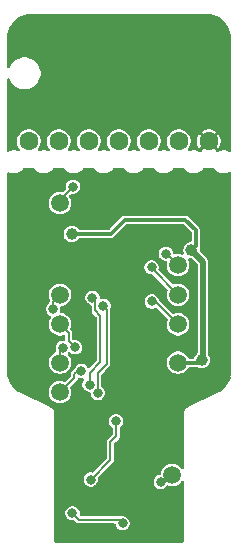
<source format=gbr>
%TF.GenerationSoftware,KiCad,Pcbnew,9.0.0+1*%
%TF.CreationDate,2025-04-22T17:22:07+02:00*%
%TF.ProjectId,ts13a_dev_kit,74733133-615f-4646-9576-5f6b69742e6b,rev?*%
%TF.SameCoordinates,Original*%
%TF.FileFunction,Copper,L2,Bot*%
%TF.FilePolarity,Positive*%
%FSLAX46Y46*%
G04 Gerber Fmt 4.6, Leading zero omitted, Abs format (unit mm)*
G04 Created by KiCad (PCBNEW 9.0.0+1) date 2025-04-22 17:22:07*
%MOMM*%
%LPD*%
G01*
G04 APERTURE LIST*
%TA.AperFunction,ComponentPad*%
%ADD10C,1.600000*%
%TD*%
%TA.AperFunction,SMDPad,CuDef*%
%ADD11C,1.500000*%
%TD*%
%TA.AperFunction,ViaPad*%
%ADD12C,0.800000*%
%TD*%
%TA.AperFunction,ViaPad*%
%ADD13C,1.000000*%
%TD*%
%TA.AperFunction,Conductor*%
%ADD14C,0.500000*%
%TD*%
%TA.AperFunction,Conductor*%
%ADD15C,0.200000*%
%TD*%
%TA.AperFunction,Conductor*%
%ADD16C,0.300000*%
%TD*%
G04 APERTURE END LIST*
D10*
%TO.P,PAD3,1,1*%
%TO.N,Net-(IC1-GPO)*%
X124900000Y-61250000D03*
%TD*%
%TO.P,PAD4,1,1*%
%TO.N,Net-(IC1-CSN)*%
X135060000Y-61250000D03*
%TD*%
%TO.P,PAD6,1,1*%
%TO.N,Net-(IC1-SDO)*%
X129980000Y-61250000D03*
%TD*%
%TO.P,PAD2,1,1*%
%TO.N,GND*%
X137600000Y-61250000D03*
%TD*%
%TO.P,PAD1,1,1*%
%TO.N,T_VCC*%
X122360000Y-61250000D03*
%TD*%
%TO.P,PAD7,1,1*%
%TO.N,Net-(IC1-SDI)*%
X127440000Y-61250000D03*
%TD*%
%TO.P,PAD5,1,1*%
%TO.N,Net-(IC1-SCK)*%
X132520000Y-61250000D03*
%TD*%
D11*
%TO.P,TP7,1,1*%
%TO.N,/SWDIO*%
X125000000Y-74250000D03*
%TD*%
%TO.P,TP2,1,1*%
%TO.N,/NRST*%
X135000000Y-76750000D03*
%TD*%
%TO.P,TP5,1,1*%
%TO.N,/U2_RX*%
X135000000Y-71750000D03*
%TD*%
%TO.P,TP6,1,1*%
%TO.N,GND*%
X135000000Y-69250000D03*
%TD*%
%TO.P,TP10,1,1*%
%TO.N,Net-(IC2-PB2)*%
X125000000Y-66500000D03*
%TD*%
%TO.P,TP12,1,1*%
%TO.N,Net-(IC2-PB3)*%
X125000000Y-80000000D03*
%TD*%
%TO.P,TP8,1,1*%
%TO.N,/SWCLK*%
X125000000Y-76750000D03*
%TD*%
%TO.P,TP11,1,1*%
%TO.N,Net-(IC2-PB4)*%
X125000000Y-82500000D03*
%TD*%
%TO.P,TP9,1,1*%
%TO.N,GND*%
X125000000Y-71750000D03*
%TD*%
%TO.P,TP3,1,1*%
%TO.N,Net-(J1-VBUS)*%
X134500000Y-89500000D03*
%TD*%
%TO.P,TP4,1,1*%
%TO.N,/U2_TX*%
X135000000Y-74250000D03*
%TD*%
%TO.P,TP1,1,1*%
%TO.N,VCC*%
X135000000Y-80000000D03*
%TD*%
D12*
%TO.N,GND*%
X126411000Y-66200000D03*
X128000000Y-85000000D03*
X129000000Y-89750000D03*
X121000000Y-65000000D03*
X122750000Y-51000000D03*
X136250000Y-78500000D03*
X138000000Y-55750000D03*
X127250000Y-73500000D03*
X132100000Y-57200000D03*
X132750000Y-76000000D03*
X136800000Y-52600000D03*
X131750000Y-82000000D03*
X139090000Y-81260000D03*
X131000000Y-52750000D03*
X123000000Y-77750000D03*
X126300000Y-57550000D03*
X121000000Y-57500000D03*
X131000000Y-53920000D03*
X123500000Y-71000000D03*
X138900000Y-52300000D03*
X120920000Y-81170000D03*
X132750000Y-73750000D03*
X136600000Y-57800000D03*
X131500000Y-72000000D03*
X120920000Y-70750000D03*
X130000000Y-92000000D03*
X121000000Y-52750000D03*
X128000000Y-72000000D03*
X124910000Y-85150000D03*
X139000000Y-65000000D03*
X135030000Y-92570000D03*
X127500000Y-76500000D03*
X130000000Y-51000000D03*
X132740000Y-58480000D03*
X138750000Y-72500000D03*
X135600000Y-51600000D03*
X121000000Y-78500000D03*
X124940000Y-92850000D03*
X132500000Y-89500000D03*
X139000000Y-57500000D03*
X134990000Y-87240000D03*
X131750000Y-77250000D03*
X139000000Y-68140000D03*
D13*
%TO.N,VCC*%
X137020000Y-79770000D03*
D12*
X127600000Y-89900000D03*
D13*
X126000000Y-69100000D03*
D12*
X129750000Y-84950000D03*
D13*
X136130000Y-70480000D03*
D12*
%TO.N,/NRST*%
X132770000Y-74820000D03*
%TO.N,/USB_P*%
X128200000Y-82580000D03*
X128680000Y-75188280D03*
%TO.N,/USB_N*%
X127750000Y-74500000D03*
X127500000Y-81858611D03*
%TO.N,/SWCLK*%
X126300000Y-78700000D03*
%TO.N,/U2_TX*%
X132750000Y-71930000D03*
%TO.N,/SWDIO*%
X124420000Y-75450000D03*
%TO.N,/U2_RX*%
X133970000Y-70780000D03*
%TO.N,Net-(J1-VBUS)*%
X133520000Y-90110000D03*
%TO.N,Net-(J1-D-)*%
X130300000Y-93600000D03*
X126055025Y-92744975D03*
%TO.N,Net-(IC2-PB3)*%
X125229975Y-78759975D03*
%TO.N,Net-(IC2-PB2)*%
X126101627Y-65100000D03*
%TO.N,Net-(IC2-PB4)*%
X126810000Y-80710000D03*
%TD*%
D14*
%TO.N,VCC*%
X137020000Y-79770000D02*
X137101000Y-79439000D01*
D15*
X129250000Y-88250000D02*
X127600000Y-89900000D01*
D16*
X136790000Y-80000000D02*
X137020000Y-79770000D01*
X130500000Y-67900000D02*
X135600000Y-67900000D01*
D14*
X137101000Y-71451000D02*
X136130000Y-70480000D01*
X137101000Y-79439000D02*
X137101000Y-71451000D01*
D16*
X135600000Y-67900000D02*
X136500000Y-68800000D01*
D15*
X129750000Y-86250000D02*
X129250000Y-86750000D01*
D16*
X129300000Y-69100000D02*
X130500000Y-67900000D01*
X136500000Y-68800000D02*
X136500000Y-70110000D01*
D15*
X129250000Y-86750000D02*
X129250000Y-88250000D01*
D16*
X126000000Y-69100000D02*
X129300000Y-69100000D01*
X135000000Y-80000000D02*
X136790000Y-80000000D01*
D15*
X129750000Y-84950000D02*
X129750000Y-86250000D01*
D16*
X136500000Y-70110000D02*
X136130000Y-70480000D01*
D15*
%TO.N,/NRST*%
X133070000Y-74820000D02*
X135000000Y-76750000D01*
X132770000Y-74820000D02*
X133070000Y-74820000D01*
%TO.N,/USB_P*%
X128950000Y-75458280D02*
X128950000Y-80110000D01*
X128200000Y-80860000D02*
X128200000Y-82580000D01*
X128950000Y-80110000D02*
X128200000Y-80860000D01*
X128680000Y-75188280D02*
X128950000Y-75458280D01*
%TO.N,/USB_N*%
X127750000Y-74500000D02*
X127980000Y-74730000D01*
X127980000Y-74730000D02*
X127980000Y-75580000D01*
X127510000Y-81848611D02*
X127500000Y-81858611D01*
X127980000Y-75580000D02*
X128420000Y-76020000D01*
X128420000Y-79970000D02*
X127510000Y-80880000D01*
X127510000Y-80880000D02*
X127510000Y-81848611D01*
X128420000Y-76020000D02*
X128420000Y-79970000D01*
%TO.N,/SWCLK*%
X125750000Y-78150000D02*
X125750000Y-77500000D01*
X126300000Y-78700000D02*
X125750000Y-78150000D01*
X125750000Y-77500000D02*
X125000000Y-76750000D01*
%TO.N,/U2_TX*%
X132750000Y-71930000D02*
X132750000Y-72000000D01*
X132750000Y-72000000D02*
X135000000Y-74250000D01*
%TO.N,/SWDIO*%
X124420000Y-74830000D02*
X125000000Y-74250000D01*
X124420000Y-75450000D02*
X124420000Y-74830000D01*
%TO.N,/U2_RX*%
X134030000Y-70780000D02*
X135000000Y-71750000D01*
X133970000Y-70780000D02*
X134030000Y-70780000D01*
%TO.N,Net-(J1-VBUS)*%
X133890000Y-90110000D02*
X134500000Y-89500000D01*
X133520000Y-90110000D02*
X133890000Y-90110000D01*
%TO.N,Net-(J1-D-)*%
X126610050Y-93300000D02*
X130000000Y-93300000D01*
X130000000Y-93300000D02*
X130300000Y-93600000D01*
X126055025Y-92744975D02*
X126610050Y-93300000D01*
%TO.N,Net-(IC2-PB3)*%
X125229975Y-78759975D02*
X125000000Y-78989950D01*
X125000000Y-78989950D02*
X125000000Y-80000000D01*
%TO.N,Net-(IC2-PB2)*%
X125000000Y-66201627D02*
X125000000Y-66500000D01*
X126101627Y-65100000D02*
X125000000Y-66201627D01*
%TO.N,Net-(IC2-PB4)*%
X126490000Y-80710000D02*
X126210000Y-80990000D01*
X126210000Y-81290000D02*
X125000000Y-82500000D01*
X126210000Y-80990000D02*
X126210000Y-81290000D01*
X126810000Y-80710000D02*
X126490000Y-80710000D01*
%TD*%
%TA.AperFunction,Conductor*%
%TO.N,GND*%
G36*
X137504043Y-50500765D02*
G01*
X137752895Y-50517075D01*
X137768953Y-50519190D01*
X137976105Y-50560395D01*
X138009535Y-50567045D01*
X138025202Y-50571243D01*
X138194947Y-50628863D01*
X138257481Y-50650091D01*
X138272458Y-50656294D01*
X138481799Y-50759529D01*
X138492460Y-50764787D01*
X138506508Y-50772897D01*
X138710464Y-50909177D01*
X138723328Y-50919048D01*
X138907749Y-51080781D01*
X138919218Y-51092250D01*
X139080951Y-51276671D01*
X139090825Y-51289539D01*
X139227102Y-51493492D01*
X139235212Y-51507539D01*
X139343702Y-51727534D01*
X139349909Y-51742520D01*
X139428756Y-51974797D01*
X139432954Y-51990464D01*
X139480807Y-52231035D01*
X139482925Y-52247116D01*
X139499235Y-52495956D01*
X139499500Y-52504066D01*
X139499500Y-62019294D01*
X139479815Y-62086333D01*
X139427011Y-62132088D01*
X139357853Y-62142032D01*
X139328048Y-62133855D01*
X139154547Y-62061989D01*
X139154535Y-62061986D01*
X138966081Y-62024500D01*
X138966078Y-62024500D01*
X138773922Y-62024500D01*
X138773919Y-62024500D01*
X138585464Y-62061986D01*
X138585452Y-62061989D01*
X138407931Y-62135520D01*
X138388310Y-62148631D01*
X138321632Y-62169508D01*
X138254252Y-62151023D01*
X138207563Y-62099044D01*
X138201302Y-62063434D01*
X137831539Y-61693670D01*
X137907007Y-61650099D01*
X138000099Y-61557007D01*
X138043670Y-61481538D01*
X138405928Y-61843796D01*
X138486190Y-61723675D01*
X138486191Y-61723673D01*
X138561569Y-61541693D01*
X138561572Y-61541681D01*
X138599999Y-61348495D01*
X138600000Y-61348492D01*
X138600000Y-61151508D01*
X138599999Y-61151504D01*
X138561572Y-60958318D01*
X138561569Y-60958306D01*
X138486192Y-60776328D01*
X138486185Y-60776316D01*
X138405927Y-60656203D01*
X138043670Y-61018460D01*
X138000099Y-60942993D01*
X137907007Y-60849901D01*
X137831538Y-60806329D01*
X138193795Y-60444071D01*
X138193795Y-60444069D01*
X138073679Y-60363811D01*
X138073676Y-60363809D01*
X137891693Y-60288430D01*
X137891681Y-60288427D01*
X137698495Y-60250000D01*
X137501504Y-60250000D01*
X137308318Y-60288427D01*
X137308310Y-60288429D01*
X137126325Y-60363809D01*
X137126318Y-60363813D01*
X137006203Y-60444071D01*
X137006202Y-60444071D01*
X137368461Y-60806329D01*
X137292993Y-60849901D01*
X137199901Y-60942993D01*
X137156329Y-61018460D01*
X136794071Y-60656202D01*
X136794071Y-60656203D01*
X136713813Y-60776318D01*
X136713809Y-60776325D01*
X136638429Y-60958310D01*
X136638427Y-60958318D01*
X136600000Y-61151504D01*
X136600000Y-61348495D01*
X136638427Y-61541681D01*
X136638430Y-61541693D01*
X136713809Y-61723676D01*
X136713811Y-61723679D01*
X136794069Y-61843795D01*
X136794071Y-61843795D01*
X137156329Y-61481538D01*
X137199901Y-61557007D01*
X137292993Y-61650099D01*
X137368460Y-61693670D01*
X136998183Y-62063947D01*
X136990963Y-62102019D01*
X136942898Y-62152729D01*
X136875047Y-62169404D01*
X136811690Y-62148630D01*
X136792073Y-62135523D01*
X136792068Y-62135520D01*
X136614547Y-62061989D01*
X136614535Y-62061986D01*
X136426081Y-62024500D01*
X136426078Y-62024500D01*
X136233922Y-62024500D01*
X136233919Y-62024500D01*
X136045464Y-62061986D01*
X136045461Y-62061987D01*
X136045460Y-62061987D01*
X136045457Y-62061988D01*
X136005311Y-62078617D01*
X135968385Y-62093912D01*
X135898915Y-62101380D01*
X135836436Y-62070104D01*
X135800784Y-62010015D01*
X135803279Y-61940190D01*
X135833255Y-61891665D01*
X135837139Y-61887782D01*
X135946632Y-61723914D01*
X136022051Y-61541835D01*
X136060500Y-61348541D01*
X136060500Y-61151459D01*
X136060500Y-61151456D01*
X136022052Y-60958170D01*
X136022051Y-60958169D01*
X136022051Y-60958165D01*
X135977207Y-60849901D01*
X135946635Y-60776092D01*
X135946628Y-60776079D01*
X135837139Y-60612218D01*
X135837136Y-60612214D01*
X135697785Y-60472863D01*
X135697781Y-60472860D01*
X135533920Y-60363371D01*
X135533907Y-60363364D01*
X135351839Y-60287950D01*
X135351829Y-60287947D01*
X135158543Y-60249500D01*
X135158541Y-60249500D01*
X134961459Y-60249500D01*
X134961457Y-60249500D01*
X134768170Y-60287947D01*
X134768160Y-60287950D01*
X134586092Y-60363364D01*
X134586079Y-60363371D01*
X134422218Y-60472860D01*
X134422214Y-60472863D01*
X134282863Y-60612214D01*
X134282860Y-60612218D01*
X134173371Y-60776079D01*
X134173364Y-60776092D01*
X134097950Y-60958160D01*
X134097947Y-60958170D01*
X134059500Y-61151456D01*
X134059500Y-61151459D01*
X134059500Y-61348541D01*
X134059500Y-61348543D01*
X134059499Y-61348543D01*
X134097947Y-61541829D01*
X134097950Y-61541839D01*
X134173364Y-61723907D01*
X134173371Y-61723920D01*
X134282860Y-61887781D01*
X134282863Y-61887785D01*
X134286747Y-61891669D01*
X134320232Y-61952992D01*
X134315248Y-62022684D01*
X134273376Y-62078617D01*
X134207912Y-62103034D01*
X134151614Y-62093911D01*
X134074547Y-62061989D01*
X134074535Y-62061986D01*
X133886081Y-62024500D01*
X133886078Y-62024500D01*
X133693922Y-62024500D01*
X133693919Y-62024500D01*
X133505464Y-62061986D01*
X133505461Y-62061987D01*
X133505460Y-62061987D01*
X133505457Y-62061988D01*
X133465311Y-62078617D01*
X133428385Y-62093912D01*
X133358915Y-62101380D01*
X133296436Y-62070104D01*
X133260784Y-62010015D01*
X133263279Y-61940190D01*
X133293255Y-61891665D01*
X133297139Y-61887782D01*
X133406632Y-61723914D01*
X133482051Y-61541835D01*
X133520500Y-61348541D01*
X133520500Y-61151459D01*
X133520500Y-61151456D01*
X133482052Y-60958170D01*
X133482051Y-60958169D01*
X133482051Y-60958165D01*
X133437207Y-60849901D01*
X133406635Y-60776092D01*
X133406628Y-60776079D01*
X133297139Y-60612218D01*
X133297136Y-60612214D01*
X133157785Y-60472863D01*
X133157781Y-60472860D01*
X132993920Y-60363371D01*
X132993907Y-60363364D01*
X132811839Y-60287950D01*
X132811829Y-60287947D01*
X132618543Y-60249500D01*
X132618541Y-60249500D01*
X132421459Y-60249500D01*
X132421457Y-60249500D01*
X132228170Y-60287947D01*
X132228160Y-60287950D01*
X132046092Y-60363364D01*
X132046079Y-60363371D01*
X131882218Y-60472860D01*
X131882214Y-60472863D01*
X131742863Y-60612214D01*
X131742860Y-60612218D01*
X131633371Y-60776079D01*
X131633364Y-60776092D01*
X131557950Y-60958160D01*
X131557947Y-60958170D01*
X131519500Y-61151456D01*
X131519500Y-61151459D01*
X131519500Y-61348541D01*
X131519500Y-61348543D01*
X131519499Y-61348543D01*
X131557947Y-61541829D01*
X131557950Y-61541839D01*
X131633364Y-61723907D01*
X131633371Y-61723920D01*
X131742860Y-61887781D01*
X131742863Y-61887785D01*
X131746747Y-61891669D01*
X131780232Y-61952992D01*
X131775248Y-62022684D01*
X131733376Y-62078617D01*
X131667912Y-62103034D01*
X131611614Y-62093911D01*
X131534547Y-62061989D01*
X131534535Y-62061986D01*
X131346081Y-62024500D01*
X131346078Y-62024500D01*
X131153922Y-62024500D01*
X131153919Y-62024500D01*
X130965464Y-62061986D01*
X130965461Y-62061987D01*
X130965460Y-62061987D01*
X130965457Y-62061988D01*
X130925311Y-62078617D01*
X130888385Y-62093912D01*
X130818915Y-62101380D01*
X130756436Y-62070104D01*
X130720784Y-62010015D01*
X130723279Y-61940190D01*
X130753255Y-61891665D01*
X130757139Y-61887782D01*
X130866632Y-61723914D01*
X130942051Y-61541835D01*
X130980500Y-61348541D01*
X130980500Y-61151459D01*
X130980500Y-61151456D01*
X130942052Y-60958170D01*
X130942051Y-60958169D01*
X130942051Y-60958165D01*
X130897207Y-60849901D01*
X130866635Y-60776092D01*
X130866628Y-60776079D01*
X130757139Y-60612218D01*
X130757136Y-60612214D01*
X130617785Y-60472863D01*
X130617781Y-60472860D01*
X130453920Y-60363371D01*
X130453907Y-60363364D01*
X130271839Y-60287950D01*
X130271829Y-60287947D01*
X130078543Y-60249500D01*
X130078541Y-60249500D01*
X129881459Y-60249500D01*
X129881457Y-60249500D01*
X129688170Y-60287947D01*
X129688160Y-60287950D01*
X129506092Y-60363364D01*
X129506079Y-60363371D01*
X129342218Y-60472860D01*
X129342214Y-60472863D01*
X129202863Y-60612214D01*
X129202860Y-60612218D01*
X129093371Y-60776079D01*
X129093364Y-60776092D01*
X129017950Y-60958160D01*
X129017947Y-60958170D01*
X128979500Y-61151456D01*
X128979500Y-61151459D01*
X128979500Y-61348541D01*
X128979500Y-61348543D01*
X128979499Y-61348543D01*
X129017947Y-61541829D01*
X129017950Y-61541839D01*
X129093364Y-61723907D01*
X129093371Y-61723920D01*
X129202860Y-61887781D01*
X129202863Y-61887785D01*
X129206747Y-61891669D01*
X129240232Y-61952992D01*
X129235248Y-62022684D01*
X129193376Y-62078617D01*
X129127912Y-62103034D01*
X129071614Y-62093911D01*
X128994547Y-62061989D01*
X128994535Y-62061986D01*
X128806081Y-62024500D01*
X128806078Y-62024500D01*
X128613922Y-62024500D01*
X128613919Y-62024500D01*
X128425464Y-62061986D01*
X128425461Y-62061987D01*
X128425460Y-62061987D01*
X128425457Y-62061988D01*
X128385311Y-62078617D01*
X128348385Y-62093912D01*
X128278915Y-62101380D01*
X128216436Y-62070104D01*
X128180784Y-62010015D01*
X128183279Y-61940190D01*
X128213255Y-61891665D01*
X128217139Y-61887782D01*
X128326632Y-61723914D01*
X128402051Y-61541835D01*
X128440500Y-61348541D01*
X128440500Y-61151459D01*
X128440500Y-61151456D01*
X128402052Y-60958170D01*
X128402051Y-60958169D01*
X128402051Y-60958165D01*
X128357207Y-60849901D01*
X128326635Y-60776092D01*
X128326628Y-60776079D01*
X128217139Y-60612218D01*
X128217136Y-60612214D01*
X128077785Y-60472863D01*
X128077781Y-60472860D01*
X127913920Y-60363371D01*
X127913907Y-60363364D01*
X127731839Y-60287950D01*
X127731829Y-60287947D01*
X127538543Y-60249500D01*
X127538541Y-60249500D01*
X127341459Y-60249500D01*
X127341457Y-60249500D01*
X127148170Y-60287947D01*
X127148160Y-60287950D01*
X126966092Y-60363364D01*
X126966079Y-60363371D01*
X126802218Y-60472860D01*
X126802214Y-60472863D01*
X126662863Y-60612214D01*
X126662860Y-60612218D01*
X126553371Y-60776079D01*
X126553364Y-60776092D01*
X126477950Y-60958160D01*
X126477947Y-60958170D01*
X126439500Y-61151456D01*
X126439500Y-61151459D01*
X126439500Y-61348541D01*
X126439500Y-61348543D01*
X126439499Y-61348543D01*
X126477947Y-61541829D01*
X126477950Y-61541839D01*
X126553364Y-61723907D01*
X126553371Y-61723920D01*
X126662860Y-61887781D01*
X126662863Y-61887785D01*
X126666747Y-61891669D01*
X126700232Y-61952992D01*
X126695248Y-62022684D01*
X126653376Y-62078617D01*
X126587912Y-62103034D01*
X126531614Y-62093911D01*
X126454547Y-62061989D01*
X126454535Y-62061986D01*
X126266081Y-62024500D01*
X126266078Y-62024500D01*
X126073922Y-62024500D01*
X126073919Y-62024500D01*
X125885464Y-62061986D01*
X125885461Y-62061987D01*
X125885460Y-62061987D01*
X125885457Y-62061988D01*
X125845311Y-62078617D01*
X125808385Y-62093912D01*
X125738915Y-62101380D01*
X125676436Y-62070104D01*
X125640784Y-62010015D01*
X125643279Y-61940190D01*
X125673255Y-61891665D01*
X125677139Y-61887782D01*
X125786632Y-61723914D01*
X125862051Y-61541835D01*
X125900500Y-61348541D01*
X125900500Y-61151459D01*
X125900500Y-61151456D01*
X125862052Y-60958170D01*
X125862051Y-60958169D01*
X125862051Y-60958165D01*
X125817207Y-60849901D01*
X125786635Y-60776092D01*
X125786628Y-60776079D01*
X125677139Y-60612218D01*
X125677136Y-60612214D01*
X125537785Y-60472863D01*
X125537781Y-60472860D01*
X125373920Y-60363371D01*
X125373907Y-60363364D01*
X125191839Y-60287950D01*
X125191829Y-60287947D01*
X124998543Y-60249500D01*
X124998541Y-60249500D01*
X124801459Y-60249500D01*
X124801457Y-60249500D01*
X124608170Y-60287947D01*
X124608160Y-60287950D01*
X124426092Y-60363364D01*
X124426079Y-60363371D01*
X124262218Y-60472860D01*
X124262214Y-60472863D01*
X124122863Y-60612214D01*
X124122860Y-60612218D01*
X124013371Y-60776079D01*
X124013364Y-60776092D01*
X123937950Y-60958160D01*
X123937947Y-60958170D01*
X123899500Y-61151456D01*
X123899500Y-61151459D01*
X123899500Y-61348541D01*
X123899500Y-61348543D01*
X123899499Y-61348543D01*
X123937947Y-61541829D01*
X123937950Y-61541839D01*
X124013364Y-61723907D01*
X124013371Y-61723920D01*
X124122860Y-61887781D01*
X124122863Y-61887785D01*
X124126747Y-61891669D01*
X124160232Y-61952992D01*
X124155248Y-62022684D01*
X124113376Y-62078617D01*
X124047912Y-62103034D01*
X123991614Y-62093911D01*
X123914547Y-62061989D01*
X123914535Y-62061986D01*
X123726081Y-62024500D01*
X123726078Y-62024500D01*
X123533922Y-62024500D01*
X123533919Y-62024500D01*
X123345464Y-62061986D01*
X123345461Y-62061987D01*
X123345460Y-62061987D01*
X123345457Y-62061988D01*
X123305311Y-62078617D01*
X123268385Y-62093912D01*
X123198915Y-62101380D01*
X123136436Y-62070104D01*
X123100784Y-62010015D01*
X123103279Y-61940190D01*
X123133255Y-61891665D01*
X123137139Y-61887782D01*
X123246632Y-61723914D01*
X123322051Y-61541835D01*
X123360500Y-61348541D01*
X123360500Y-61151459D01*
X123360500Y-61151456D01*
X123322052Y-60958170D01*
X123322051Y-60958169D01*
X123322051Y-60958165D01*
X123277207Y-60849901D01*
X123246635Y-60776092D01*
X123246628Y-60776079D01*
X123137139Y-60612218D01*
X123137136Y-60612214D01*
X122997785Y-60472863D01*
X122997781Y-60472860D01*
X122833920Y-60363371D01*
X122833907Y-60363364D01*
X122651839Y-60287950D01*
X122651829Y-60287947D01*
X122458543Y-60249500D01*
X122458541Y-60249500D01*
X122261459Y-60249500D01*
X122261457Y-60249500D01*
X122068170Y-60287947D01*
X122068160Y-60287950D01*
X121886092Y-60363364D01*
X121886079Y-60363371D01*
X121722218Y-60472860D01*
X121722214Y-60472863D01*
X121582863Y-60612214D01*
X121582860Y-60612218D01*
X121473371Y-60776079D01*
X121473364Y-60776092D01*
X121397950Y-60958160D01*
X121397947Y-60958170D01*
X121359500Y-61151456D01*
X121359500Y-61151459D01*
X121359500Y-61348541D01*
X121359500Y-61348543D01*
X121359499Y-61348543D01*
X121397947Y-61541829D01*
X121397950Y-61541839D01*
X121473364Y-61723907D01*
X121473371Y-61723920D01*
X121582860Y-61887781D01*
X121582863Y-61887785D01*
X121586747Y-61891669D01*
X121620232Y-61952992D01*
X121615248Y-62022684D01*
X121573376Y-62078617D01*
X121507912Y-62103034D01*
X121451614Y-62093911D01*
X121374547Y-62061989D01*
X121374535Y-62061986D01*
X121186081Y-62024500D01*
X121186078Y-62024500D01*
X120993922Y-62024500D01*
X120993919Y-62024500D01*
X120805464Y-62061986D01*
X120805452Y-62061989D01*
X120671952Y-62117286D01*
X120602482Y-62124755D01*
X120540003Y-62093479D01*
X120504352Y-62033390D01*
X120500500Y-62002725D01*
X120500500Y-56038226D01*
X120520185Y-55971187D01*
X120572989Y-55925432D01*
X120642147Y-55915488D01*
X120705703Y-55944513D01*
X120742431Y-55999908D01*
X120748444Y-56018414D01*
X120844951Y-56207820D01*
X120969890Y-56379786D01*
X121120213Y-56530109D01*
X121292179Y-56655048D01*
X121292181Y-56655049D01*
X121292184Y-56655051D01*
X121481588Y-56751557D01*
X121683757Y-56817246D01*
X121893713Y-56850500D01*
X121893714Y-56850500D01*
X122106286Y-56850500D01*
X122106287Y-56850500D01*
X122316243Y-56817246D01*
X122518412Y-56751557D01*
X122707816Y-56655051D01*
X122729789Y-56639086D01*
X122879786Y-56530109D01*
X122879788Y-56530106D01*
X122879792Y-56530104D01*
X123030104Y-56379792D01*
X123030106Y-56379788D01*
X123030109Y-56379786D01*
X123155048Y-56207820D01*
X123155047Y-56207820D01*
X123155051Y-56207816D01*
X123251557Y-56018412D01*
X123317246Y-55816243D01*
X123350500Y-55606287D01*
X123350500Y-55393713D01*
X123317246Y-55183757D01*
X123251557Y-54981588D01*
X123155051Y-54792184D01*
X123155049Y-54792181D01*
X123155048Y-54792179D01*
X123030109Y-54620213D01*
X122879786Y-54469890D01*
X122707820Y-54344951D01*
X122518414Y-54248444D01*
X122518413Y-54248443D01*
X122518412Y-54248443D01*
X122316243Y-54182754D01*
X122316241Y-54182753D01*
X122316240Y-54182753D01*
X122154957Y-54157208D01*
X122106287Y-54149500D01*
X121893713Y-54149500D01*
X121845042Y-54157208D01*
X121683760Y-54182753D01*
X121481585Y-54248444D01*
X121292179Y-54344951D01*
X121120213Y-54469890D01*
X120969890Y-54620213D01*
X120844951Y-54792179D01*
X120748445Y-54981582D01*
X120748443Y-54981587D01*
X120748443Y-54981588D01*
X120742429Y-55000094D01*
X120702992Y-55057768D01*
X120638633Y-55084965D01*
X120569787Y-55073050D01*
X120518312Y-55025805D01*
X120500500Y-54961773D01*
X120500500Y-52504066D01*
X120500765Y-52495956D01*
X120504819Y-52434108D01*
X120517075Y-52247102D01*
X120519190Y-52231048D01*
X120567045Y-51990462D01*
X120571243Y-51974797D01*
X120594337Y-51906762D01*
X120650093Y-51742512D01*
X120656291Y-51727547D01*
X120764790Y-51507533D01*
X120772893Y-51493498D01*
X120909182Y-51289527D01*
X120919039Y-51276681D01*
X121080786Y-51092244D01*
X121092244Y-51080786D01*
X121276681Y-50919039D01*
X121289527Y-50909182D01*
X121493498Y-50772893D01*
X121507533Y-50764790D01*
X121727547Y-50656291D01*
X121742512Y-50650093D01*
X121906762Y-50594337D01*
X121974797Y-50571243D01*
X121990464Y-50567045D01*
X122231048Y-50519190D01*
X122247102Y-50517075D01*
X122495957Y-50500765D01*
X122504067Y-50500500D01*
X122565892Y-50500500D01*
X137434108Y-50500500D01*
X137495933Y-50500500D01*
X137504043Y-50500765D01*
G37*
%TD.AperFunction*%
%TD*%
%TA.AperFunction,Conductor*%
%TO.N,GND*%
G36*
X122791625Y-63519685D02*
G01*
X122827688Y-63555109D01*
X122872279Y-63621844D01*
X122872282Y-63621848D01*
X123008151Y-63757717D01*
X123008155Y-63757720D01*
X123167927Y-63864477D01*
X123167928Y-63864477D01*
X123167929Y-63864478D01*
X123167931Y-63864479D01*
X123345452Y-63938010D01*
X123345457Y-63938012D01*
X123533917Y-63975499D01*
X123533920Y-63975500D01*
X123533922Y-63975500D01*
X123726080Y-63975500D01*
X123726081Y-63975499D01*
X123914543Y-63938012D01*
X124092073Y-63864477D01*
X124251845Y-63757720D01*
X124387720Y-63621845D01*
X124432312Y-63555109D01*
X124485924Y-63510304D01*
X124535414Y-63500000D01*
X125264586Y-63500000D01*
X125331625Y-63519685D01*
X125367688Y-63555109D01*
X125412279Y-63621844D01*
X125412282Y-63621848D01*
X125548151Y-63757717D01*
X125548155Y-63757720D01*
X125707927Y-63864477D01*
X125707928Y-63864477D01*
X125707929Y-63864478D01*
X125707931Y-63864479D01*
X125885452Y-63938010D01*
X125885457Y-63938012D01*
X126073917Y-63975499D01*
X126073920Y-63975500D01*
X126073922Y-63975500D01*
X126266080Y-63975500D01*
X126266081Y-63975499D01*
X126454543Y-63938012D01*
X126632073Y-63864477D01*
X126791845Y-63757720D01*
X126927720Y-63621845D01*
X126972312Y-63555109D01*
X127025924Y-63510304D01*
X127075414Y-63500000D01*
X127804586Y-63500000D01*
X127871625Y-63519685D01*
X127907688Y-63555109D01*
X127952279Y-63621844D01*
X127952282Y-63621848D01*
X128088151Y-63757717D01*
X128088155Y-63757720D01*
X128247927Y-63864477D01*
X128247928Y-63864477D01*
X128247929Y-63864478D01*
X128247931Y-63864479D01*
X128425452Y-63938010D01*
X128425457Y-63938012D01*
X128613917Y-63975499D01*
X128613920Y-63975500D01*
X128613922Y-63975500D01*
X128806080Y-63975500D01*
X128806081Y-63975499D01*
X128994543Y-63938012D01*
X129172073Y-63864477D01*
X129331845Y-63757720D01*
X129467720Y-63621845D01*
X129512312Y-63555109D01*
X129565924Y-63510304D01*
X129615414Y-63500000D01*
X130344586Y-63500000D01*
X130411625Y-63519685D01*
X130447688Y-63555109D01*
X130492279Y-63621844D01*
X130492282Y-63621848D01*
X130628151Y-63757717D01*
X130628155Y-63757720D01*
X130787927Y-63864477D01*
X130787928Y-63864477D01*
X130787929Y-63864478D01*
X130787931Y-63864479D01*
X130965452Y-63938010D01*
X130965457Y-63938012D01*
X131153917Y-63975499D01*
X131153920Y-63975500D01*
X131153922Y-63975500D01*
X131346080Y-63975500D01*
X131346081Y-63975499D01*
X131534543Y-63938012D01*
X131712073Y-63864477D01*
X131871845Y-63757720D01*
X132007720Y-63621845D01*
X132052312Y-63555109D01*
X132105924Y-63510304D01*
X132155414Y-63500000D01*
X132884586Y-63500000D01*
X132951625Y-63519685D01*
X132987688Y-63555109D01*
X133032279Y-63621844D01*
X133032282Y-63621848D01*
X133168151Y-63757717D01*
X133168155Y-63757720D01*
X133327927Y-63864477D01*
X133327928Y-63864477D01*
X133327929Y-63864478D01*
X133327931Y-63864479D01*
X133505452Y-63938010D01*
X133505457Y-63938012D01*
X133693917Y-63975499D01*
X133693920Y-63975500D01*
X133693922Y-63975500D01*
X133886080Y-63975500D01*
X133886081Y-63975499D01*
X134074543Y-63938012D01*
X134252073Y-63864477D01*
X134411845Y-63757720D01*
X134547720Y-63621845D01*
X134592312Y-63555109D01*
X134645924Y-63510304D01*
X134695414Y-63500000D01*
X135424586Y-63500000D01*
X135491625Y-63519685D01*
X135527688Y-63555109D01*
X135572279Y-63621844D01*
X135572282Y-63621848D01*
X135708151Y-63757717D01*
X135708155Y-63757720D01*
X135867927Y-63864477D01*
X135867928Y-63864477D01*
X135867929Y-63864478D01*
X135867931Y-63864479D01*
X136045452Y-63938010D01*
X136045457Y-63938012D01*
X136233917Y-63975499D01*
X136233920Y-63975500D01*
X136233922Y-63975500D01*
X136426080Y-63975500D01*
X136426081Y-63975499D01*
X136614543Y-63938012D01*
X136792073Y-63864477D01*
X136951845Y-63757720D01*
X137087720Y-63621845D01*
X137132312Y-63555109D01*
X137185924Y-63510304D01*
X137235414Y-63500000D01*
X137964586Y-63500000D01*
X138031625Y-63519685D01*
X138067688Y-63555109D01*
X138112279Y-63621844D01*
X138112282Y-63621848D01*
X138248151Y-63757717D01*
X138248155Y-63757720D01*
X138407927Y-63864477D01*
X138407928Y-63864477D01*
X138407929Y-63864478D01*
X138407931Y-63864479D01*
X138585452Y-63938010D01*
X138585457Y-63938012D01*
X138773917Y-63975499D01*
X138773920Y-63975500D01*
X138773922Y-63975500D01*
X138966080Y-63975500D01*
X138966081Y-63975499D01*
X139154543Y-63938012D01*
X139328049Y-63866143D01*
X139397517Y-63858675D01*
X139459996Y-63889950D01*
X139495648Y-63950039D01*
X139499500Y-63980705D01*
X139499500Y-80745933D01*
X139499235Y-80754043D01*
X139482925Y-81002883D01*
X139480807Y-81018964D01*
X139432954Y-81259535D01*
X139428756Y-81275202D01*
X139349909Y-81507479D01*
X139343702Y-81522465D01*
X139235212Y-81742460D01*
X139227102Y-81756506D01*
X139090825Y-81960460D01*
X139080951Y-81973329D01*
X138919218Y-82157749D01*
X138907749Y-82169218D01*
X138723328Y-82330951D01*
X138710459Y-82340825D01*
X138514648Y-82471661D01*
X138499909Y-82480110D01*
X135835001Y-83773741D01*
X135835000Y-83773741D01*
X135824360Y-83778905D01*
X135806814Y-83783608D01*
X135765312Y-83807567D01*
X135761314Y-83809509D01*
X135761294Y-83809521D01*
X135722154Y-83828521D01*
X135717355Y-83832678D01*
X135698187Y-83846323D01*
X135692693Y-83849495D01*
X135692685Y-83849500D01*
X135661916Y-83880269D01*
X135661915Y-83880268D01*
X135658765Y-83883417D01*
X135622536Y-83914794D01*
X135612351Y-83929831D01*
X135604000Y-83938183D01*
X135603996Y-83938189D01*
X135599500Y-83942685D01*
X135577746Y-83980362D01*
X135573034Y-83987886D01*
X135548642Y-84023905D01*
X135548638Y-84023912D01*
X135546564Y-84029901D01*
X135542692Y-84041079D01*
X135533608Y-84056814D01*
X135521199Y-84103119D01*
X135519745Y-84107319D01*
X135505503Y-84148436D01*
X135505048Y-84154761D01*
X135505049Y-84154762D01*
X135504202Y-84166556D01*
X135499500Y-84184108D01*
X135499500Y-84232049D01*
X135499182Y-84236479D01*
X135499182Y-84236482D01*
X135496066Y-84279880D01*
X135497265Y-84286110D01*
X135499500Y-84309545D01*
X135499500Y-88876228D01*
X135479815Y-88943267D01*
X135427011Y-88989022D01*
X135357853Y-88998966D01*
X135294297Y-88969941D01*
X135272398Y-88945119D01*
X135238302Y-88894092D01*
X135238299Y-88894088D01*
X135105911Y-88761700D01*
X135105907Y-88761697D01*
X134950237Y-88657681D01*
X134950228Y-88657676D01*
X134777251Y-88586027D01*
X134777243Y-88586025D01*
X134593620Y-88549500D01*
X134593616Y-88549500D01*
X134406384Y-88549500D01*
X134406379Y-88549500D01*
X134222756Y-88586025D01*
X134222748Y-88586027D01*
X134049771Y-88657676D01*
X134049762Y-88657681D01*
X133894092Y-88761697D01*
X133894088Y-88761700D01*
X133761700Y-88894088D01*
X133761697Y-88894092D01*
X133657681Y-89049762D01*
X133657676Y-89049771D01*
X133586027Y-89222748D01*
X133586026Y-89222752D01*
X133548691Y-89410447D01*
X133516306Y-89472358D01*
X133455591Y-89506932D01*
X133443262Y-89509195D01*
X133440943Y-89509500D01*
X133288216Y-89550423D01*
X133288209Y-89550426D01*
X133151290Y-89629475D01*
X133151282Y-89629481D01*
X133039481Y-89741282D01*
X133039475Y-89741290D01*
X132960426Y-89878209D01*
X132960423Y-89878216D01*
X132919500Y-90030943D01*
X132919500Y-90189057D01*
X132932695Y-90238299D01*
X132960423Y-90341783D01*
X132960426Y-90341790D01*
X133039475Y-90478709D01*
X133039479Y-90478714D01*
X133039480Y-90478716D01*
X133151284Y-90590520D01*
X133151286Y-90590521D01*
X133151290Y-90590524D01*
X133288209Y-90669573D01*
X133288216Y-90669577D01*
X133440943Y-90710500D01*
X133440945Y-90710500D01*
X133599055Y-90710500D01*
X133599057Y-90710500D01*
X133751784Y-90669577D01*
X133888716Y-90590520D01*
X134000520Y-90478716D01*
X134019200Y-90446359D01*
X134069765Y-90398144D01*
X134138372Y-90384919D01*
X134174038Y-90393796D01*
X134222749Y-90413973D01*
X134385576Y-90446361D01*
X134406379Y-90450499D01*
X134406383Y-90450500D01*
X134406384Y-90450500D01*
X134593617Y-90450500D01*
X134593618Y-90450499D01*
X134777251Y-90413973D01*
X134950231Y-90342322D01*
X135105908Y-90238302D01*
X135238302Y-90105908D01*
X135272398Y-90054880D01*
X135326010Y-90010075D01*
X135395335Y-90001368D01*
X135458362Y-90031522D01*
X135495082Y-90090965D01*
X135499500Y-90123771D01*
X135499500Y-95106000D01*
X135479815Y-95173039D01*
X135427011Y-95218794D01*
X135375500Y-95230000D01*
X124624500Y-95230000D01*
X124557461Y-95210315D01*
X124511706Y-95157511D01*
X124500500Y-95106000D01*
X124500500Y-92665918D01*
X125454525Y-92665918D01*
X125454525Y-92824031D01*
X125495448Y-92976758D01*
X125495451Y-92976765D01*
X125574500Y-93113684D01*
X125574504Y-93113689D01*
X125574505Y-93113691D01*
X125686309Y-93225495D01*
X125686311Y-93225496D01*
X125686315Y-93225499D01*
X125823234Y-93304548D01*
X125823241Y-93304552D01*
X125975968Y-93345475D01*
X125975970Y-93345475D01*
X126134079Y-93345475D01*
X126134082Y-93345475D01*
X126141012Y-93343618D01*
X126210858Y-93345277D01*
X126260789Y-93375710D01*
X126369590Y-93484511D01*
X126425539Y-93540460D01*
X126425541Y-93540461D01*
X126425545Y-93540464D01*
X126494054Y-93580017D01*
X126494061Y-93580021D01*
X126570488Y-93600500D01*
X126649612Y-93600500D01*
X129583303Y-93600500D01*
X129650342Y-93620185D01*
X129696097Y-93672989D01*
X129703074Y-93692397D01*
X129740423Y-93831783D01*
X129740426Y-93831790D01*
X129819475Y-93968709D01*
X129819479Y-93968714D01*
X129819480Y-93968716D01*
X129931284Y-94080520D01*
X129931286Y-94080521D01*
X129931290Y-94080524D01*
X130068209Y-94159573D01*
X130068216Y-94159577D01*
X130220943Y-94200500D01*
X130220945Y-94200500D01*
X130379055Y-94200500D01*
X130379057Y-94200500D01*
X130531784Y-94159577D01*
X130668716Y-94080520D01*
X130780520Y-93968716D01*
X130859577Y-93831784D01*
X130900500Y-93679057D01*
X130900500Y-93520943D01*
X130859577Y-93368216D01*
X130846333Y-93345277D01*
X130780524Y-93231290D01*
X130780518Y-93231282D01*
X130668717Y-93119481D01*
X130668709Y-93119475D01*
X130531790Y-93040426D01*
X130531786Y-93040424D01*
X130531784Y-93040423D01*
X130379057Y-92999500D01*
X130220943Y-92999500D01*
X130220940Y-92999500D01*
X130162342Y-93015201D01*
X130098158Y-93015201D01*
X130039562Y-92999500D01*
X130039560Y-92999500D01*
X126785883Y-92999500D01*
X126756442Y-92990855D01*
X126726456Y-92984332D01*
X126721440Y-92980577D01*
X126718844Y-92979815D01*
X126698202Y-92963181D01*
X126685760Y-92950739D01*
X126652275Y-92889416D01*
X126653667Y-92830962D01*
X126655525Y-92824032D01*
X126655525Y-92665918D01*
X126614602Y-92513191D01*
X126614598Y-92513184D01*
X126535549Y-92376265D01*
X126535543Y-92376257D01*
X126423742Y-92264456D01*
X126423734Y-92264450D01*
X126286815Y-92185401D01*
X126286811Y-92185399D01*
X126286809Y-92185398D01*
X126134082Y-92144475D01*
X125975968Y-92144475D01*
X125823241Y-92185398D01*
X125823234Y-92185401D01*
X125686315Y-92264450D01*
X125686307Y-92264456D01*
X125574506Y-92376257D01*
X125574500Y-92376265D01*
X125495451Y-92513184D01*
X125495448Y-92513191D01*
X125454525Y-92665918D01*
X124500500Y-92665918D01*
X124500500Y-89820943D01*
X126999500Y-89820943D01*
X126999500Y-89979057D01*
X127007812Y-90010075D01*
X127040423Y-90131783D01*
X127040426Y-90131790D01*
X127119475Y-90268709D01*
X127119479Y-90268714D01*
X127119480Y-90268716D01*
X127231284Y-90380520D01*
X127231286Y-90380521D01*
X127231290Y-90380524D01*
X127345325Y-90446361D01*
X127368216Y-90459577D01*
X127520943Y-90500500D01*
X127520945Y-90500500D01*
X127679055Y-90500500D01*
X127679057Y-90500500D01*
X127831784Y-90459577D01*
X127968716Y-90380520D01*
X128080520Y-90268716D01*
X128159577Y-90131784D01*
X128200500Y-89979057D01*
X128200500Y-89820943D01*
X128198642Y-89814008D01*
X128200303Y-89744161D01*
X128230733Y-89694236D01*
X129490460Y-88434511D01*
X129530021Y-88365989D01*
X129550500Y-88289562D01*
X129550500Y-86925833D01*
X129570185Y-86858794D01*
X129586819Y-86838152D01*
X129714533Y-86710438D01*
X129990460Y-86434511D01*
X130030022Y-86365988D01*
X130050500Y-86289562D01*
X130050500Y-86210438D01*
X130050500Y-85541496D01*
X130070185Y-85474457D01*
X130112501Y-85434108D01*
X130118716Y-85430520D01*
X130230520Y-85318716D01*
X130309577Y-85181784D01*
X130350500Y-85029057D01*
X130350500Y-84870943D01*
X130309577Y-84718216D01*
X130309573Y-84718209D01*
X130230524Y-84581290D01*
X130230518Y-84581282D01*
X130118717Y-84469481D01*
X130118709Y-84469475D01*
X129981790Y-84390426D01*
X129981786Y-84390424D01*
X129981784Y-84390423D01*
X129829057Y-84349500D01*
X129670943Y-84349500D01*
X129518216Y-84390423D01*
X129518209Y-84390426D01*
X129381290Y-84469475D01*
X129381282Y-84469481D01*
X129269481Y-84581282D01*
X129269475Y-84581290D01*
X129190426Y-84718209D01*
X129190423Y-84718216D01*
X129149500Y-84870943D01*
X129149500Y-85029056D01*
X129190423Y-85181783D01*
X129190426Y-85181790D01*
X129269475Y-85318709D01*
X129269481Y-85318717D01*
X129381284Y-85430520D01*
X129387499Y-85434108D01*
X129435715Y-85484675D01*
X129449500Y-85541496D01*
X129449500Y-86074167D01*
X129429815Y-86141206D01*
X129413181Y-86161848D01*
X129009541Y-86565487D01*
X129009535Y-86565495D01*
X128969982Y-86634004D01*
X128969979Y-86634009D01*
X128949500Y-86710439D01*
X128949500Y-88074166D01*
X128929815Y-88141205D01*
X128913181Y-88161847D01*
X127805764Y-89269263D01*
X127744441Y-89302748D01*
X127685992Y-89301358D01*
X127679057Y-89299500D01*
X127520943Y-89299500D01*
X127368216Y-89340423D01*
X127368209Y-89340426D01*
X127231290Y-89419475D01*
X127231282Y-89419481D01*
X127119481Y-89531282D01*
X127119475Y-89531290D01*
X127040426Y-89668209D01*
X127040423Y-89668216D01*
X126999500Y-89820943D01*
X124500500Y-89820943D01*
X124500500Y-84297724D01*
X124503934Y-84279881D01*
X124500500Y-84232049D01*
X124500500Y-84184108D01*
X124498857Y-84177978D01*
X124494951Y-84154763D01*
X124494497Y-84148439D01*
X124494497Y-84148436D01*
X124478801Y-84103127D01*
X124466392Y-84056814D01*
X124457306Y-84041078D01*
X124451360Y-84023911D01*
X124426960Y-83987881D01*
X124422262Y-83980379D01*
X124400500Y-83942686D01*
X124387652Y-83929838D01*
X124377464Y-83914794D01*
X124341217Y-83883403D01*
X124307314Y-83849500D01*
X124307313Y-83849499D01*
X124307310Y-83849497D01*
X124301822Y-83846329D01*
X124282644Y-83832677D01*
X124282040Y-83832154D01*
X124277845Y-83828521D01*
X124277843Y-83828520D01*
X124277843Y-83828519D01*
X124238712Y-83809524D01*
X124230863Y-83805360D01*
X124193188Y-83783608D01*
X124187051Y-83781964D01*
X124165000Y-83773742D01*
X121565464Y-82511844D01*
X121565461Y-82511844D01*
X121500090Y-82480111D01*
X121485349Y-82471661D01*
X121387648Y-82406379D01*
X124049500Y-82406379D01*
X124049500Y-82593620D01*
X124086025Y-82777243D01*
X124086027Y-82777251D01*
X124157676Y-82950228D01*
X124157681Y-82950237D01*
X124261697Y-83105907D01*
X124261700Y-83105911D01*
X124394088Y-83238299D01*
X124394092Y-83238302D01*
X124549762Y-83342318D01*
X124549768Y-83342321D01*
X124549769Y-83342322D01*
X124722749Y-83413973D01*
X124906379Y-83450499D01*
X124906383Y-83450500D01*
X124906384Y-83450500D01*
X125093617Y-83450500D01*
X125093618Y-83450499D01*
X125277251Y-83413973D01*
X125450231Y-83342322D01*
X125605908Y-83238302D01*
X125738302Y-83105908D01*
X125842322Y-82950231D01*
X125913973Y-82777251D01*
X125950500Y-82593616D01*
X125950500Y-82406384D01*
X125913973Y-82222749D01*
X125883657Y-82149561D01*
X125876189Y-82080097D01*
X125907463Y-82017617D01*
X125910507Y-82014462D01*
X126450460Y-81474511D01*
X126490021Y-81405989D01*
X126497938Y-81376439D01*
X126534303Y-81316780D01*
X126597150Y-81286251D01*
X126649803Y-81288758D01*
X126730943Y-81310500D01*
X126730945Y-81310500D01*
X126889049Y-81310500D01*
X126889057Y-81310500D01*
X126889064Y-81310497D01*
X126892996Y-81309980D01*
X126896332Y-81310500D01*
X126897184Y-81310500D01*
X126897184Y-81310632D01*
X126962032Y-81320740D01*
X127014292Y-81367115D01*
X127033183Y-81434382D01*
X127016580Y-81494917D01*
X126940423Y-81626826D01*
X126940423Y-81626827D01*
X126899500Y-81779554D01*
X126899500Y-81937668D01*
X126929538Y-82049769D01*
X126940423Y-82090394D01*
X126940426Y-82090401D01*
X127019475Y-82227320D01*
X127019479Y-82227325D01*
X127019480Y-82227327D01*
X127131284Y-82339131D01*
X127131286Y-82339132D01*
X127131290Y-82339135D01*
X127268209Y-82418184D01*
X127268216Y-82418188D01*
X127420943Y-82459111D01*
X127420945Y-82459111D01*
X127475500Y-82459111D01*
X127542539Y-82478796D01*
X127588294Y-82531600D01*
X127599500Y-82583111D01*
X127599500Y-82659056D01*
X127640423Y-82811783D01*
X127640426Y-82811790D01*
X127719475Y-82948709D01*
X127719479Y-82948714D01*
X127719480Y-82948716D01*
X127831284Y-83060520D01*
X127831286Y-83060521D01*
X127831290Y-83060524D01*
X127909897Y-83105907D01*
X127968216Y-83139577D01*
X128120943Y-83180500D01*
X128120945Y-83180500D01*
X128279055Y-83180500D01*
X128279057Y-83180500D01*
X128431784Y-83139577D01*
X128568716Y-83060520D01*
X128680520Y-82948716D01*
X128759577Y-82811784D01*
X128800500Y-82659057D01*
X128800500Y-82500943D01*
X128759577Y-82348216D01*
X128689783Y-82227328D01*
X128680524Y-82211290D01*
X128680518Y-82211282D01*
X128568718Y-82099482D01*
X128568716Y-82099480D01*
X128568713Y-82099478D01*
X128568709Y-82099475D01*
X128562499Y-82095890D01*
X128514284Y-82045323D01*
X128500500Y-81988504D01*
X128500500Y-81035833D01*
X128520185Y-80968794D01*
X128536819Y-80948152D01*
X128800863Y-80684108D01*
X129190460Y-80294511D01*
X129197115Y-80282984D01*
X129230021Y-80225989D01*
X129250500Y-80149562D01*
X129250500Y-75418718D01*
X129250499Y-75418717D01*
X129250240Y-75416746D01*
X129250500Y-75412776D01*
X129250500Y-75410590D01*
X129250643Y-75410590D01*
X129253402Y-75368463D01*
X129280500Y-75267337D01*
X129280500Y-75109223D01*
X129239577Y-74956496D01*
X129224335Y-74930095D01*
X129160524Y-74819570D01*
X129160518Y-74819562D01*
X129081899Y-74740943D01*
X132169500Y-74740943D01*
X132169500Y-74899057D01*
X132193413Y-74988299D01*
X132210423Y-75051783D01*
X132210426Y-75051790D01*
X132289475Y-75188709D01*
X132289479Y-75188714D01*
X132289480Y-75188716D01*
X132401284Y-75300520D01*
X132401286Y-75300521D01*
X132401290Y-75300524D01*
X132488398Y-75350815D01*
X132538216Y-75379577D01*
X132690943Y-75420500D01*
X132690945Y-75420500D01*
X132849055Y-75420500D01*
X132849057Y-75420500D01*
X133001784Y-75379577D01*
X133047967Y-75352912D01*
X133115867Y-75336440D01*
X133181894Y-75359292D01*
X133197648Y-75372619D01*
X134089460Y-76264431D01*
X134122945Y-76325754D01*
X134117961Y-76395446D01*
X134116341Y-76399563D01*
X134086028Y-76472748D01*
X134086026Y-76472752D01*
X134086024Y-76472756D01*
X134049500Y-76656379D01*
X134049500Y-76843620D01*
X134086025Y-77027243D01*
X134086027Y-77027251D01*
X134157676Y-77200228D01*
X134157681Y-77200237D01*
X134261697Y-77355907D01*
X134261700Y-77355911D01*
X134394088Y-77488299D01*
X134394092Y-77488302D01*
X134549762Y-77592318D01*
X134549768Y-77592321D01*
X134549769Y-77592322D01*
X134722749Y-77663973D01*
X134840767Y-77687448D01*
X134906379Y-77700499D01*
X134906383Y-77700500D01*
X134906384Y-77700500D01*
X135093617Y-77700500D01*
X135093618Y-77700499D01*
X135277251Y-77663973D01*
X135450231Y-77592322D01*
X135605908Y-77488302D01*
X135738302Y-77355908D01*
X135842322Y-77200231D01*
X135913973Y-77027251D01*
X135950500Y-76843616D01*
X135950500Y-76656384D01*
X135913973Y-76472749D01*
X135842322Y-76299769D01*
X135842319Y-76299764D01*
X135842318Y-76299762D01*
X135738302Y-76144092D01*
X135738299Y-76144088D01*
X135605911Y-76011700D01*
X135605907Y-76011697D01*
X135450237Y-75907681D01*
X135450228Y-75907676D01*
X135277251Y-75836027D01*
X135277243Y-75836025D01*
X135093620Y-75799500D01*
X135093616Y-75799500D01*
X134906384Y-75799500D01*
X134906379Y-75799500D01*
X134722756Y-75836024D01*
X134722752Y-75836026D01*
X134722750Y-75836026D01*
X134722749Y-75836027D01*
X134714461Y-75839460D01*
X134649563Y-75866341D01*
X134580094Y-75873808D01*
X134517615Y-75842533D01*
X134514431Y-75839460D01*
X133377371Y-74702400D01*
X133345278Y-74646813D01*
X133329577Y-74588216D01*
X133324289Y-74579056D01*
X133250524Y-74451290D01*
X133250518Y-74451282D01*
X133138717Y-74339481D01*
X133138709Y-74339475D01*
X133001790Y-74260426D01*
X133001786Y-74260424D01*
X133001784Y-74260423D01*
X132849057Y-74219500D01*
X132690943Y-74219500D01*
X132538216Y-74260423D01*
X132538209Y-74260426D01*
X132401290Y-74339475D01*
X132401282Y-74339481D01*
X132289481Y-74451282D01*
X132289475Y-74451290D01*
X132210426Y-74588209D01*
X132210423Y-74588216D01*
X132169500Y-74740943D01*
X129081899Y-74740943D01*
X129048717Y-74707761D01*
X129048709Y-74707755D01*
X128911790Y-74628706D01*
X128911786Y-74628704D01*
X128911784Y-74628703D01*
X128759057Y-74587780D01*
X128600943Y-74587780D01*
X128506593Y-74613061D01*
X128436743Y-74611398D01*
X128378881Y-74572235D01*
X128351377Y-74508007D01*
X128350500Y-74493286D01*
X128350500Y-74420945D01*
X128350500Y-74420943D01*
X128309577Y-74268216D01*
X128309573Y-74268209D01*
X128230524Y-74131290D01*
X128230518Y-74131282D01*
X128118717Y-74019481D01*
X128118709Y-74019475D01*
X127981790Y-73940426D01*
X127981786Y-73940424D01*
X127981784Y-73940423D01*
X127829057Y-73899500D01*
X127670943Y-73899500D01*
X127518216Y-73940423D01*
X127518209Y-73940426D01*
X127381290Y-74019475D01*
X127381282Y-74019481D01*
X127269481Y-74131282D01*
X127269475Y-74131290D01*
X127190426Y-74268209D01*
X127190423Y-74268216D01*
X127149500Y-74420943D01*
X127149500Y-74579057D01*
X127183985Y-74707755D01*
X127190423Y-74731783D01*
X127190426Y-74731790D01*
X127269475Y-74868709D01*
X127269479Y-74868714D01*
X127269480Y-74868716D01*
X127381284Y-74980520D01*
X127381286Y-74980521D01*
X127381290Y-74980524D01*
X127504716Y-75051783D01*
X127518216Y-75059577D01*
X127587594Y-75078166D01*
X127647254Y-75114531D01*
X127677783Y-75177378D01*
X127679500Y-75197941D01*
X127679500Y-75619562D01*
X127696173Y-75681784D01*
X127699979Y-75695989D01*
X127725376Y-75739978D01*
X127725378Y-75739980D01*
X127739542Y-75764514D01*
X127739543Y-75764515D01*
X128083181Y-76108152D01*
X128116666Y-76169475D01*
X128119500Y-76195833D01*
X128119500Y-79794166D01*
X128099815Y-79861205D01*
X128083181Y-79881847D01*
X127526756Y-80438271D01*
X127465433Y-80471756D01*
X127395741Y-80466772D01*
X127339808Y-80424900D01*
X127331691Y-80412596D01*
X127290520Y-80341284D01*
X127178716Y-80229480D01*
X127178714Y-80229479D01*
X127178709Y-80229475D01*
X127041790Y-80150426D01*
X127041786Y-80150424D01*
X127041784Y-80150423D01*
X126889057Y-80109500D01*
X126730943Y-80109500D01*
X126578216Y-80150423D01*
X126578209Y-80150426D01*
X126441290Y-80229475D01*
X126441282Y-80229481D01*
X126329481Y-80341282D01*
X126329475Y-80341290D01*
X126250426Y-80478209D01*
X126250422Y-80478217D01*
X126242041Y-80509495D01*
X126209948Y-80565079D01*
X126025489Y-80749540D01*
X125969541Y-80805487D01*
X125969535Y-80805495D01*
X125929982Y-80874004D01*
X125929979Y-80874009D01*
X125909500Y-80950439D01*
X125909500Y-81114166D01*
X125889815Y-81181205D01*
X125873181Y-81201847D01*
X125485567Y-81589460D01*
X125424244Y-81622945D01*
X125354552Y-81617961D01*
X125350433Y-81616340D01*
X125277251Y-81586027D01*
X125277243Y-81586025D01*
X125093620Y-81549500D01*
X125093616Y-81549500D01*
X124906384Y-81549500D01*
X124906379Y-81549500D01*
X124722756Y-81586025D01*
X124722748Y-81586027D01*
X124549771Y-81657676D01*
X124549762Y-81657681D01*
X124394092Y-81761697D01*
X124394088Y-81761700D01*
X124261700Y-81894088D01*
X124261697Y-81894092D01*
X124157681Y-82049762D01*
X124157676Y-82049771D01*
X124086027Y-82222748D01*
X124086025Y-82222756D01*
X124049500Y-82406379D01*
X121387648Y-82406379D01*
X121342692Y-82376340D01*
X121289537Y-82340824D01*
X121276671Y-82330951D01*
X121092250Y-82169218D01*
X121080781Y-82157749D01*
X120986086Y-82049771D01*
X120919045Y-81973325D01*
X120909174Y-81960460D01*
X120772897Y-81756506D01*
X120764787Y-81742460D01*
X120759529Y-81731799D01*
X120656294Y-81522458D01*
X120650090Y-81507479D01*
X120571243Y-81275202D01*
X120567045Y-81259535D01*
X120538129Y-81114166D01*
X120519190Y-81018953D01*
X120517075Y-81002895D01*
X120500765Y-80754043D01*
X120500500Y-80745933D01*
X120500500Y-75370943D01*
X123819500Y-75370943D01*
X123819500Y-75529056D01*
X123860423Y-75681783D01*
X123860426Y-75681790D01*
X123939475Y-75818709D01*
X123939479Y-75818714D01*
X123939480Y-75818716D01*
X124051284Y-75930520D01*
X124051285Y-75930521D01*
X124051287Y-75930522D01*
X124191444Y-76011441D01*
X124239659Y-76062007D01*
X124252883Y-76130614D01*
X124232547Y-76187718D01*
X124157680Y-76299764D01*
X124157676Y-76299771D01*
X124086027Y-76472748D01*
X124086025Y-76472756D01*
X124049500Y-76656379D01*
X124049500Y-76843620D01*
X124086025Y-77027243D01*
X124086027Y-77027251D01*
X124157676Y-77200228D01*
X124157681Y-77200237D01*
X124261697Y-77355907D01*
X124261700Y-77355911D01*
X124394088Y-77488299D01*
X124394092Y-77488302D01*
X124549762Y-77592318D01*
X124549768Y-77592321D01*
X124549769Y-77592322D01*
X124722749Y-77663973D01*
X124840767Y-77687448D01*
X124906379Y-77700499D01*
X124906383Y-77700500D01*
X124906384Y-77700500D01*
X125093617Y-77700500D01*
X125093618Y-77700499D01*
X125277251Y-77663973D01*
X125277256Y-77663971D01*
X125278046Y-77663644D01*
X125278493Y-77663595D01*
X125283078Y-77662205D01*
X125283341Y-77663074D01*
X125347515Y-77656174D01*
X125409995Y-77687448D01*
X125445648Y-77747537D01*
X125449500Y-77778204D01*
X125449500Y-78036573D01*
X125429815Y-78103612D01*
X125377011Y-78149367D01*
X125317159Y-78158336D01*
X125317159Y-78159475D01*
X125309563Y-78159475D01*
X125309316Y-78159512D01*
X125309035Y-78159475D01*
X125309032Y-78159475D01*
X125150918Y-78159475D01*
X124998191Y-78200398D01*
X124998184Y-78200401D01*
X124861265Y-78279450D01*
X124861257Y-78279456D01*
X124749456Y-78391257D01*
X124749450Y-78391265D01*
X124670401Y-78528184D01*
X124670398Y-78528191D01*
X124629475Y-78680918D01*
X124629475Y-78839031D01*
X124670218Y-78991088D01*
X124668555Y-79060938D01*
X124629392Y-79118800D01*
X124597897Y-79137741D01*
X124549777Y-79157673D01*
X124549762Y-79157681D01*
X124394092Y-79261697D01*
X124394088Y-79261700D01*
X124261700Y-79394088D01*
X124261697Y-79394092D01*
X124157681Y-79549762D01*
X124157676Y-79549771D01*
X124086027Y-79722748D01*
X124086025Y-79722756D01*
X124049500Y-79906379D01*
X124049500Y-80093620D01*
X124086025Y-80277243D01*
X124086027Y-80277251D01*
X124157676Y-80450228D01*
X124157681Y-80450237D01*
X124261697Y-80605907D01*
X124261700Y-80605911D01*
X124394088Y-80738299D01*
X124394092Y-80738302D01*
X124549762Y-80842318D01*
X124549768Y-80842321D01*
X124549769Y-80842322D01*
X124722749Y-80913973D01*
X124894580Y-80948152D01*
X124906379Y-80950499D01*
X124906383Y-80950500D01*
X124906384Y-80950500D01*
X125093617Y-80950500D01*
X125093618Y-80950499D01*
X125277251Y-80913973D01*
X125450231Y-80842322D01*
X125605908Y-80738302D01*
X125738302Y-80605908D01*
X125842322Y-80450231D01*
X125913973Y-80277251D01*
X125950500Y-80093616D01*
X125950500Y-79906384D01*
X125913973Y-79722749D01*
X125842322Y-79549769D01*
X125842320Y-79549766D01*
X125842318Y-79549762D01*
X125738302Y-79394092D01*
X125738299Y-79394088D01*
X125679379Y-79335168D01*
X125675040Y-79327222D01*
X125667792Y-79321796D01*
X125658557Y-79297036D01*
X125645894Y-79273845D01*
X125646539Y-79264814D01*
X125643376Y-79256331D01*
X125648992Y-79230512D01*
X125650878Y-79204153D01*
X125656697Y-79195097D01*
X125658229Y-79188058D01*
X125679374Y-79159811D01*
X125707297Y-79131888D01*
X125768619Y-79098406D01*
X125838311Y-79103392D01*
X125882656Y-79131892D01*
X125931284Y-79180520D01*
X125931286Y-79180521D01*
X125931290Y-79180524D01*
X126048316Y-79248088D01*
X126068216Y-79259577D01*
X126220943Y-79300500D01*
X126220945Y-79300500D01*
X126379055Y-79300500D01*
X126379057Y-79300500D01*
X126531784Y-79259577D01*
X126668716Y-79180520D01*
X126780520Y-79068716D01*
X126859577Y-78931784D01*
X126900500Y-78779057D01*
X126900500Y-78620943D01*
X126859577Y-78468216D01*
X126815150Y-78391265D01*
X126780524Y-78331290D01*
X126780518Y-78331282D01*
X126668717Y-78219481D01*
X126668709Y-78219475D01*
X126531790Y-78140426D01*
X126531786Y-78140424D01*
X126531784Y-78140423D01*
X126379057Y-78099500D01*
X126220943Y-78099500D01*
X126220939Y-78099500D01*
X126214002Y-78101359D01*
X126202003Y-78101072D01*
X126190761Y-78105266D01*
X126167723Y-78100254D01*
X126144152Y-78099692D01*
X126132507Y-78092593D01*
X126122488Y-78090414D01*
X126094234Y-78069263D01*
X126086819Y-78061848D01*
X126053334Y-78000525D01*
X126050500Y-77974167D01*
X126050500Y-77460439D01*
X126030020Y-77384009D01*
X126030017Y-77384004D01*
X125990464Y-77315495D01*
X125990458Y-77315487D01*
X125910539Y-77235568D01*
X125877054Y-77174245D01*
X125882038Y-77104553D01*
X125883659Y-77100434D01*
X125913973Y-77027251D01*
X125950500Y-76843616D01*
X125950500Y-76656384D01*
X125913973Y-76472749D01*
X125842322Y-76299769D01*
X125842319Y-76299764D01*
X125842318Y-76299762D01*
X125738302Y-76144092D01*
X125738299Y-76144088D01*
X125605911Y-76011700D01*
X125605907Y-76011697D01*
X125450237Y-75907681D01*
X125450228Y-75907676D01*
X125277251Y-75836027D01*
X125277243Y-75836025D01*
X125087641Y-75798311D01*
X125088068Y-75796162D01*
X125032422Y-75773682D01*
X124992072Y-75716641D01*
X124988967Y-75646840D01*
X124989575Y-75644468D01*
X125020500Y-75529057D01*
X125020500Y-75370943D01*
X125015106Y-75350812D01*
X125016769Y-75280965D01*
X125055931Y-75223102D01*
X125110690Y-75197104D01*
X125153477Y-75188592D01*
X125277251Y-75163973D01*
X125450231Y-75092322D01*
X125605908Y-74988302D01*
X125738302Y-74855908D01*
X125842322Y-74700231D01*
X125913973Y-74527251D01*
X125950500Y-74343616D01*
X125950500Y-74156384D01*
X125913973Y-73972749D01*
X125842322Y-73799769D01*
X125842321Y-73799768D01*
X125842318Y-73799762D01*
X125738302Y-73644092D01*
X125738299Y-73644088D01*
X125605911Y-73511700D01*
X125605907Y-73511697D01*
X125450237Y-73407681D01*
X125450228Y-73407676D01*
X125277251Y-73336027D01*
X125277243Y-73336025D01*
X125093620Y-73299500D01*
X125093616Y-73299500D01*
X124906384Y-73299500D01*
X124906379Y-73299500D01*
X124722756Y-73336025D01*
X124722748Y-73336027D01*
X124549771Y-73407676D01*
X124549762Y-73407681D01*
X124394092Y-73511697D01*
X124394088Y-73511700D01*
X124261700Y-73644088D01*
X124261697Y-73644092D01*
X124157681Y-73799762D01*
X124157676Y-73799771D01*
X124086027Y-73972748D01*
X124086025Y-73972756D01*
X124049500Y-74156379D01*
X124049500Y-74343620D01*
X124086025Y-74527243D01*
X124086027Y-74527251D01*
X124133065Y-74640811D01*
X124135150Y-74656860D01*
X124141088Y-74669576D01*
X124139808Y-74692715D01*
X124141387Y-74704869D01*
X124140204Y-74713620D01*
X124139979Y-74714011D01*
X124119500Y-74790438D01*
X124119500Y-74866842D01*
X124118383Y-74875109D01*
X124107401Y-74899704D01*
X124099815Y-74925543D01*
X124092939Y-74932099D01*
X124089899Y-74938909D01*
X124076810Y-74947477D01*
X124057501Y-74965890D01*
X124051290Y-74969475D01*
X124051281Y-74969482D01*
X123939481Y-75081282D01*
X123939475Y-75081290D01*
X123860426Y-75218209D01*
X123860423Y-75218216D01*
X123819500Y-75370943D01*
X120500500Y-75370943D01*
X120500500Y-71850943D01*
X132149500Y-71850943D01*
X132149500Y-72009057D01*
X132181813Y-72129649D01*
X132190423Y-72161783D01*
X132190426Y-72161790D01*
X132269475Y-72298709D01*
X132269479Y-72298714D01*
X132269480Y-72298716D01*
X132381284Y-72410520D01*
X132381286Y-72410521D01*
X132381290Y-72410524D01*
X132516002Y-72488299D01*
X132518216Y-72489577D01*
X132670943Y-72530500D01*
X132670945Y-72530500D01*
X132804167Y-72530500D01*
X132871206Y-72550185D01*
X132891848Y-72566819D01*
X134089460Y-73764431D01*
X134122945Y-73825754D01*
X134117961Y-73895446D01*
X134116341Y-73899563D01*
X134086028Y-73972748D01*
X134086026Y-73972752D01*
X134086024Y-73972756D01*
X134049500Y-74156379D01*
X134049500Y-74343620D01*
X134086025Y-74527243D01*
X134086027Y-74527251D01*
X134157676Y-74700228D01*
X134157681Y-74700237D01*
X134261697Y-74855907D01*
X134261700Y-74855911D01*
X134394088Y-74988299D01*
X134394092Y-74988302D01*
X134549762Y-75092318D01*
X134549768Y-75092321D01*
X134549769Y-75092322D01*
X134722749Y-75163973D01*
X134889311Y-75197104D01*
X134906379Y-75200499D01*
X134906383Y-75200500D01*
X134906384Y-75200500D01*
X135093617Y-75200500D01*
X135093618Y-75200499D01*
X135277251Y-75163973D01*
X135450231Y-75092322D01*
X135605908Y-74988302D01*
X135738302Y-74855908D01*
X135842322Y-74700231D01*
X135913973Y-74527251D01*
X135950500Y-74343616D01*
X135950500Y-74156384D01*
X135913973Y-73972749D01*
X135842322Y-73799769D01*
X135842321Y-73799768D01*
X135842318Y-73799762D01*
X135738302Y-73644092D01*
X135738299Y-73644088D01*
X135605911Y-73511700D01*
X135605907Y-73511697D01*
X135450237Y-73407681D01*
X135450228Y-73407676D01*
X135277251Y-73336027D01*
X135277243Y-73336025D01*
X135093620Y-73299500D01*
X135093616Y-73299500D01*
X134906384Y-73299500D01*
X134906379Y-73299500D01*
X134722756Y-73336024D01*
X134722752Y-73336026D01*
X134722750Y-73336026D01*
X134722749Y-73336027D01*
X134714461Y-73339460D01*
X134649563Y-73366341D01*
X134580094Y-73373808D01*
X134517615Y-73342533D01*
X134514431Y-73339460D01*
X133365943Y-72190972D01*
X133332458Y-72129649D01*
X133333849Y-72071197D01*
X133350500Y-72009057D01*
X133350500Y-71850943D01*
X133309577Y-71698216D01*
X133285423Y-71656379D01*
X133230524Y-71561290D01*
X133230518Y-71561282D01*
X133118717Y-71449481D01*
X133118709Y-71449475D01*
X132981790Y-71370426D01*
X132981786Y-71370424D01*
X132981784Y-71370423D01*
X132829057Y-71329500D01*
X132670943Y-71329500D01*
X132518216Y-71370423D01*
X132518209Y-71370426D01*
X132381290Y-71449475D01*
X132381282Y-71449481D01*
X132269481Y-71561282D01*
X132269475Y-71561290D01*
X132190426Y-71698209D01*
X132190423Y-71698216D01*
X132149500Y-71850943D01*
X120500500Y-71850943D01*
X120500500Y-69168995D01*
X125299499Y-69168995D01*
X125326418Y-69304322D01*
X125326421Y-69304332D01*
X125379221Y-69431804D01*
X125379228Y-69431817D01*
X125455885Y-69546541D01*
X125455888Y-69546545D01*
X125553454Y-69644111D01*
X125553458Y-69644114D01*
X125668182Y-69720771D01*
X125668195Y-69720778D01*
X125795667Y-69773578D01*
X125795672Y-69773580D01*
X125795676Y-69773580D01*
X125795677Y-69773581D01*
X125931004Y-69800500D01*
X125931007Y-69800500D01*
X126068995Y-69800500D01*
X126174566Y-69779500D01*
X126204328Y-69773580D01*
X126331811Y-69720775D01*
X126446542Y-69644114D01*
X126544114Y-69546542D01*
X126559309Y-69523799D01*
X126571465Y-69505609D01*
X126625077Y-69460804D01*
X126674567Y-69450500D01*
X129346142Y-69450500D01*
X129346144Y-69450500D01*
X129435288Y-69426614D01*
X129515212Y-69380470D01*
X130608862Y-68286818D01*
X130670185Y-68253334D01*
X130696543Y-68250500D01*
X135403456Y-68250500D01*
X135470495Y-68270185D01*
X135491137Y-68286819D01*
X136113181Y-68908863D01*
X136146666Y-68970186D01*
X136149500Y-68996544D01*
X136149500Y-69660133D01*
X136129815Y-69727172D01*
X136077011Y-69772927D01*
X136049692Y-69781750D01*
X135925677Y-69806418D01*
X135925667Y-69806421D01*
X135798195Y-69859221D01*
X135798182Y-69859228D01*
X135683458Y-69935885D01*
X135683454Y-69935888D01*
X135585888Y-70033454D01*
X135585885Y-70033458D01*
X135509228Y-70148182D01*
X135509221Y-70148195D01*
X135456421Y-70275667D01*
X135456418Y-70275677D01*
X135429500Y-70411004D01*
X135429500Y-70411007D01*
X135429500Y-70548993D01*
X135429500Y-70548995D01*
X135429499Y-70548995D01*
X135456418Y-70684322D01*
X135458188Y-70690155D01*
X135455937Y-70690837D01*
X135462278Y-70749955D01*
X135430987Y-70812426D01*
X135370889Y-70848063D01*
X135301064Y-70845551D01*
X135292802Y-70842468D01*
X135277255Y-70836028D01*
X135277243Y-70836025D01*
X135093620Y-70799500D01*
X135093616Y-70799500D01*
X134906384Y-70799500D01*
X134906379Y-70799500D01*
X134718691Y-70836833D01*
X134649099Y-70830606D01*
X134593922Y-70787742D01*
X134570678Y-70721852D01*
X134570500Y-70715216D01*
X134570500Y-70700945D01*
X134570500Y-70700943D01*
X134529577Y-70548216D01*
X134504273Y-70504387D01*
X134450524Y-70411290D01*
X134450518Y-70411282D01*
X134338717Y-70299481D01*
X134338709Y-70299475D01*
X134201790Y-70220426D01*
X134201786Y-70220424D01*
X134201784Y-70220423D01*
X134049057Y-70179500D01*
X133890943Y-70179500D01*
X133738216Y-70220423D01*
X133738209Y-70220426D01*
X133601290Y-70299475D01*
X133601282Y-70299481D01*
X133489481Y-70411282D01*
X133489475Y-70411290D01*
X133410426Y-70548209D01*
X133410423Y-70548216D01*
X133369500Y-70700943D01*
X133369500Y-70859057D01*
X133379948Y-70898047D01*
X133410423Y-71011783D01*
X133410426Y-71011790D01*
X133489475Y-71148709D01*
X133489479Y-71148714D01*
X133489480Y-71148716D01*
X133601284Y-71260520D01*
X133601286Y-71260521D01*
X133601290Y-71260524D01*
X133727316Y-71333284D01*
X133738216Y-71339577D01*
X133890943Y-71380500D01*
X133890945Y-71380500D01*
X133953282Y-71380500D01*
X134020321Y-71400185D01*
X134066076Y-71452989D01*
X134076020Y-71522147D01*
X134074899Y-71528691D01*
X134049500Y-71656379D01*
X134049500Y-71843620D01*
X134086025Y-72027243D01*
X134086027Y-72027251D01*
X134157676Y-72200228D01*
X134157681Y-72200237D01*
X134261697Y-72355907D01*
X134261700Y-72355911D01*
X134394088Y-72488299D01*
X134394092Y-72488302D01*
X134549762Y-72592318D01*
X134549768Y-72592321D01*
X134549769Y-72592322D01*
X134722749Y-72663973D01*
X134906379Y-72700499D01*
X134906383Y-72700500D01*
X134906384Y-72700500D01*
X135093617Y-72700500D01*
X135093618Y-72700499D01*
X135277251Y-72663973D01*
X135450231Y-72592322D01*
X135605908Y-72488302D01*
X135738302Y-72355908D01*
X135842322Y-72200231D01*
X135913973Y-72027251D01*
X135950500Y-71843616D01*
X135950500Y-71656384D01*
X135913973Y-71472749D01*
X135857624Y-71336713D01*
X135857256Y-71333284D01*
X135855240Y-71330487D01*
X135853548Y-71298801D01*
X135850156Y-71267245D01*
X135851699Y-71264160D01*
X135851516Y-71260716D01*
X135867228Y-71233138D01*
X135881431Y-71204765D01*
X135884396Y-71203005D01*
X135886104Y-71200009D01*
X135914227Y-71185305D01*
X135941520Y-71169113D01*
X135945870Y-71168763D01*
X135948023Y-71167638D01*
X135959850Y-71167639D01*
X135983267Y-71165757D01*
X135989865Y-71166349D01*
X136061007Y-71180500D01*
X136147588Y-71180500D01*
X136153116Y-71180996D01*
X136180668Y-71191844D01*
X136209074Y-71200185D01*
X136215973Y-71205744D01*
X136218128Y-71206593D01*
X136219654Y-71208711D01*
X136229716Y-71216819D01*
X136614181Y-71601284D01*
X136647666Y-71662607D01*
X136650500Y-71688965D01*
X136650500Y-79108128D01*
X136630815Y-79175167D01*
X136595392Y-79211229D01*
X136573460Y-79225883D01*
X136573454Y-79225888D01*
X136475888Y-79323454D01*
X136475885Y-79323458D01*
X136399228Y-79438182D01*
X136399221Y-79438195D01*
X136344089Y-79571299D01*
X136341860Y-79570376D01*
X136309413Y-79619915D01*
X136245607Y-79648387D01*
X136229027Y-79649500D01*
X135966486Y-79649500D01*
X135899447Y-79629815D01*
X135853692Y-79577011D01*
X135851938Y-79572986D01*
X135842322Y-79549769D01*
X135842320Y-79549766D01*
X135842318Y-79549762D01*
X135738302Y-79394092D01*
X135738299Y-79394088D01*
X135605911Y-79261700D01*
X135605907Y-79261697D01*
X135450237Y-79157681D01*
X135450228Y-79157676D01*
X135277251Y-79086027D01*
X135277243Y-79086025D01*
X135093620Y-79049500D01*
X135093616Y-79049500D01*
X134906384Y-79049500D01*
X134906379Y-79049500D01*
X134722756Y-79086025D01*
X134722748Y-79086027D01*
X134549771Y-79157676D01*
X134549762Y-79157681D01*
X134394092Y-79261697D01*
X134394088Y-79261700D01*
X134261700Y-79394088D01*
X134261697Y-79394092D01*
X134157681Y-79549762D01*
X134157676Y-79549771D01*
X134086027Y-79722748D01*
X134086025Y-79722756D01*
X134049500Y-79906379D01*
X134049500Y-80093620D01*
X134086025Y-80277243D01*
X134086027Y-80277251D01*
X134157676Y-80450228D01*
X134157681Y-80450237D01*
X134261697Y-80605907D01*
X134261700Y-80605911D01*
X134394088Y-80738299D01*
X134394092Y-80738302D01*
X134549762Y-80842318D01*
X134549768Y-80842321D01*
X134549769Y-80842322D01*
X134722749Y-80913973D01*
X134894580Y-80948152D01*
X134906379Y-80950499D01*
X134906383Y-80950500D01*
X134906384Y-80950500D01*
X135093617Y-80950500D01*
X135093618Y-80950499D01*
X135277251Y-80913973D01*
X135450231Y-80842322D01*
X135605908Y-80738302D01*
X135738302Y-80605908D01*
X135842322Y-80450231D01*
X135851925Y-80427046D01*
X135895765Y-80372644D01*
X135962059Y-80350579D01*
X135966486Y-80350500D01*
X136590298Y-80350500D01*
X136657337Y-80370185D01*
X136659188Y-80371398D01*
X136688186Y-80390774D01*
X136688190Y-80390776D01*
X136770574Y-80424900D01*
X136815672Y-80443580D01*
X136815676Y-80443580D01*
X136815677Y-80443581D01*
X136951004Y-80470500D01*
X136951007Y-80470500D01*
X137088995Y-80470500D01*
X137190906Y-80450228D01*
X137224328Y-80443580D01*
X137351811Y-80390775D01*
X137466542Y-80314114D01*
X137564114Y-80216542D01*
X137640775Y-80101811D01*
X137644170Y-80093616D01*
X137693578Y-79974332D01*
X137693580Y-79974328D01*
X137720500Y-79838993D01*
X137720500Y-79701007D01*
X137720500Y-79701004D01*
X137693581Y-79565677D01*
X137693580Y-79565676D01*
X137693580Y-79565672D01*
X137686990Y-79549762D01*
X137640778Y-79438195D01*
X137640771Y-79438182D01*
X137572398Y-79335855D01*
X137551520Y-79269178D01*
X137551500Y-79266964D01*
X137551500Y-71391693D01*
X137551500Y-71391691D01*
X137520799Y-71277114D01*
X137476161Y-71199799D01*
X137461489Y-71174386D01*
X136866819Y-70579716D01*
X136854969Y-70558014D01*
X136839594Y-70538647D01*
X136836925Y-70524970D01*
X136833334Y-70518393D01*
X136831117Y-70504387D01*
X136830500Y-70498223D01*
X136830500Y-70411007D01*
X136812922Y-70322641D01*
X136812326Y-70316680D01*
X136817717Y-70287999D01*
X136820319Y-70258929D01*
X136824893Y-70249441D01*
X136825027Y-70249117D01*
X136825235Y-70248013D01*
X136825679Y-70247542D01*
X136826610Y-70245294D01*
X136826614Y-70245288D01*
X136850500Y-70156144D01*
X136850500Y-68753856D01*
X136826614Y-68664712D01*
X136823600Y-68659491D01*
X136780470Y-68584788D01*
X135815212Y-67619530D01*
X135815211Y-67619529D01*
X135815208Y-67619527D01*
X135735290Y-67573387D01*
X135735289Y-67573386D01*
X135735288Y-67573386D01*
X135646144Y-67549500D01*
X130453856Y-67549500D01*
X130364712Y-67573386D01*
X130364711Y-67573386D01*
X130364709Y-67573387D01*
X130364706Y-67573388D01*
X130284794Y-67619526D01*
X130284785Y-67619533D01*
X129191137Y-68713181D01*
X129129814Y-68746666D01*
X129103456Y-68749500D01*
X126674567Y-68749500D01*
X126607528Y-68729815D01*
X126571465Y-68694391D01*
X126544114Y-68653458D01*
X126544111Y-68653454D01*
X126446545Y-68555888D01*
X126446541Y-68555885D01*
X126331817Y-68479228D01*
X126331804Y-68479221D01*
X126204332Y-68426421D01*
X126204322Y-68426418D01*
X126068995Y-68399500D01*
X126068993Y-68399500D01*
X125931007Y-68399500D01*
X125931005Y-68399500D01*
X125795677Y-68426418D01*
X125795667Y-68426421D01*
X125668195Y-68479221D01*
X125668182Y-68479228D01*
X125553458Y-68555885D01*
X125553454Y-68555888D01*
X125455888Y-68653454D01*
X125455885Y-68653458D01*
X125379228Y-68768182D01*
X125379221Y-68768195D01*
X125326421Y-68895667D01*
X125326418Y-68895677D01*
X125299500Y-69031004D01*
X125299500Y-69031007D01*
X125299500Y-69168993D01*
X125299500Y-69168995D01*
X125299499Y-69168995D01*
X120500500Y-69168995D01*
X120500500Y-66406379D01*
X124049500Y-66406379D01*
X124049500Y-66593620D01*
X124086025Y-66777243D01*
X124086027Y-66777251D01*
X124157676Y-66950228D01*
X124157681Y-66950237D01*
X124261697Y-67105907D01*
X124261700Y-67105911D01*
X124394088Y-67238299D01*
X124394092Y-67238302D01*
X124549762Y-67342318D01*
X124549768Y-67342321D01*
X124549769Y-67342322D01*
X124722749Y-67413973D01*
X124906379Y-67450499D01*
X124906383Y-67450500D01*
X124906384Y-67450500D01*
X125093617Y-67450500D01*
X125093618Y-67450499D01*
X125277251Y-67413973D01*
X125450231Y-67342322D01*
X125605908Y-67238302D01*
X125738302Y-67105908D01*
X125842322Y-66950231D01*
X125913973Y-66777251D01*
X125950500Y-66593616D01*
X125950500Y-66406384D01*
X125913973Y-66222749D01*
X125842322Y-66049769D01*
X125842321Y-66049768D01*
X125842318Y-66049762D01*
X125792517Y-65975230D01*
X125783029Y-65944930D01*
X125771935Y-65915185D01*
X125772664Y-65911829D01*
X125771639Y-65908553D01*
X125780038Y-65877932D01*
X125786787Y-65846912D01*
X125789567Y-65843198D01*
X125790123Y-65841172D01*
X125807931Y-65818665D01*
X125895863Y-65730733D01*
X125957184Y-65697250D01*
X126015635Y-65698641D01*
X126022570Y-65700500D01*
X126022572Y-65700500D01*
X126180682Y-65700500D01*
X126180684Y-65700500D01*
X126333411Y-65659577D01*
X126470343Y-65580520D01*
X126582147Y-65468716D01*
X126661204Y-65331784D01*
X126702127Y-65179057D01*
X126702127Y-65020943D01*
X126661204Y-64868216D01*
X126661200Y-64868209D01*
X126582151Y-64731290D01*
X126582145Y-64731282D01*
X126470344Y-64619481D01*
X126470336Y-64619475D01*
X126333417Y-64540426D01*
X126333413Y-64540424D01*
X126333411Y-64540423D01*
X126180684Y-64499500D01*
X126022570Y-64499500D01*
X125869843Y-64540423D01*
X125869836Y-64540426D01*
X125732917Y-64619475D01*
X125732909Y-64619481D01*
X125621108Y-64731282D01*
X125621102Y-64731290D01*
X125542053Y-64868209D01*
X125542050Y-64868216D01*
X125501127Y-65020943D01*
X125501127Y-65179057D01*
X125502985Y-65185992D01*
X125501320Y-65255842D01*
X125470890Y-65305764D01*
X125251866Y-65524788D01*
X125190543Y-65558273D01*
X125139995Y-65558725D01*
X125137722Y-65558273D01*
X125126235Y-65555988D01*
X125093616Y-65549500D01*
X124906384Y-65549500D01*
X124906379Y-65549500D01*
X124722756Y-65586025D01*
X124722748Y-65586027D01*
X124549771Y-65657676D01*
X124549762Y-65657681D01*
X124394092Y-65761697D01*
X124394088Y-65761700D01*
X124261700Y-65894088D01*
X124261697Y-65894092D01*
X124157681Y-66049762D01*
X124157676Y-66049771D01*
X124086027Y-66222748D01*
X124086025Y-66222756D01*
X124049500Y-66406379D01*
X120500500Y-66406379D01*
X120500500Y-63997274D01*
X120520185Y-63930235D01*
X120572989Y-63884480D01*
X120642147Y-63874536D01*
X120671952Y-63882713D01*
X120805452Y-63938010D01*
X120805457Y-63938012D01*
X120993917Y-63975499D01*
X120993920Y-63975500D01*
X120993922Y-63975500D01*
X121186080Y-63975500D01*
X121186081Y-63975499D01*
X121374543Y-63938012D01*
X121552073Y-63864477D01*
X121711845Y-63757720D01*
X121847720Y-63621845D01*
X121892312Y-63555109D01*
X121945924Y-63510304D01*
X121995414Y-63500000D01*
X122724586Y-63500000D01*
X122791625Y-63519685D01*
G37*
%TD.AperFunction*%
%TD*%
M02*

</source>
